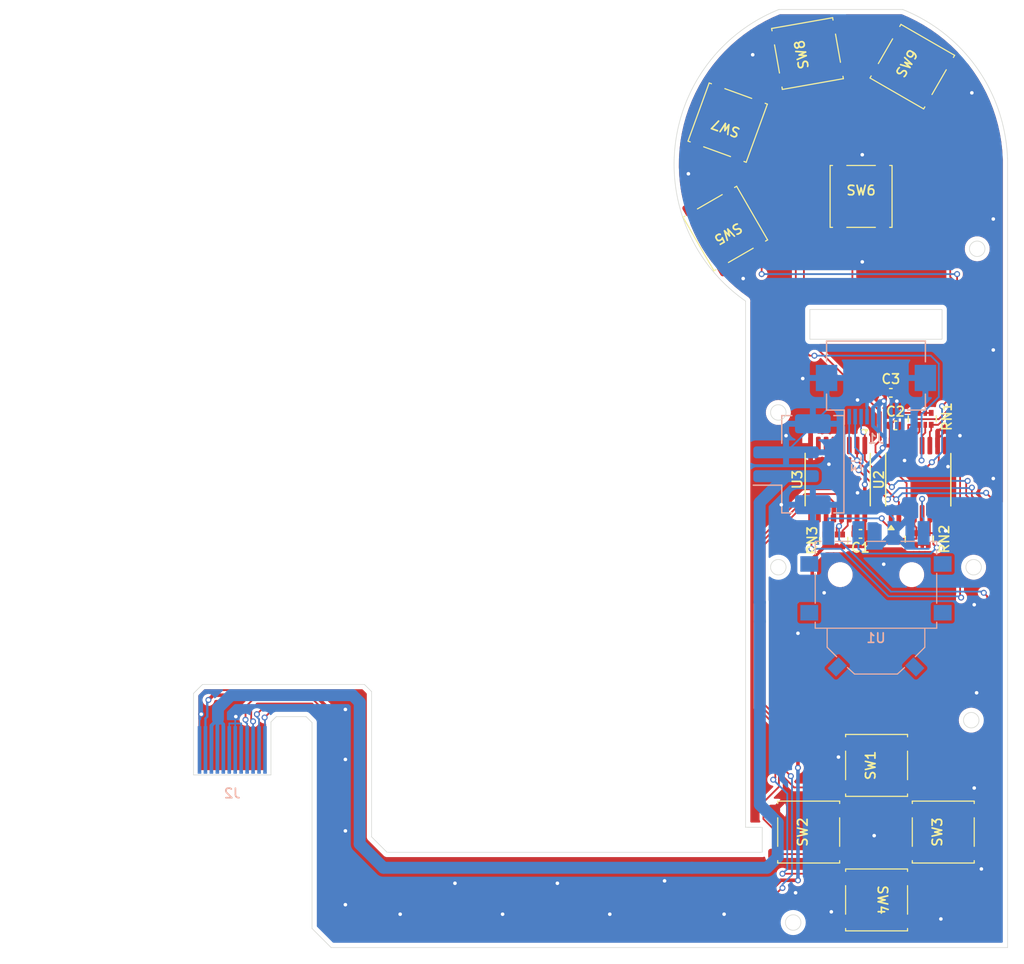
<source format=kicad_pcb>
(kicad_pcb (version 20240108) (generator "pcbnew") (generator_version "8.0")
  (layers (0 "F.Cu" signal) (31 "B.Cu" signal) (34 "B.Paste" user) (35 "F.Paste" user) (36 "B.SilkS" user "B.Silkscreen") (37 "F.SilkS" user "F.Silkscreen") (38 "B.Mask" user) (39 "F.Mask" user) (44 "Edge.Cuts" user))
  (net 0 "")
  (net 1 "+3V3")
  (net 2 "GND")
  (net 3 "SPI_CS")
  (net 4 "SPI_SCLK")
  (net 5 "SPI_MOSI")
  (net 6 "SPI_MISO")
  (net 7 "+BATT")
  (net 8 "/KEYMODE")
  (net 9 "/KEYAF")
  (net 10 "/KEYALT")
  (net 11 "/KEYISO")
  (net 12 "/ENCB")
  (net 13 "/ENCA")
  (net 14 "/KEYSHTR")
  (net 15 "/ENCS")
  (net 16 "/KEYUP")
  (net 17 "/KEYLEFT")
  (net 18 "/KEYRIGHT")
  (net 19 "/KEYDOWN")
  (net 21 "KEY_LOAD")
  (net 22 "Net-(U2-Q7)")
  (footprint "Capacitor_SMD:C_0402_1005Metric" (layer "F.Cu") (at 163.8 94)
    (property "Reference" "C3")
    (property "Value" "100nF")
  )
  (footprint "Capacitor_SMD:C_0402_1005Metric" (layer "F.Cu") (at 161.25 105.85 180)
    (property "Reference" "C1")
    (property "Value" "100nF")
  )
  (footprint "footprints:HX-TS5208A" (layer "F.Cu") (at 150.1 71.3 160)
    (property "Reference" "SW7")
    (property "Value" "~")
  )
  (footprint "Capacitor_SMD:C_0402_1005Metric" (layer "F.Cu") (at 164.1875 96.7375)
    (property "Reference" "C2")
    (property "Value" "100nF")
  )
  (footprint "footprints:HX-TS5208A" (layer "F.Cu") (at 156.8 65.5 100)
    (property "Reference" "SW8")
    (property "Value" "~")
  )
  (footprint "Resistor_SMD:R_Array_Convex_4x0402" (layer "F.Cu") (at 166.1875 106.2875 -90)
    (property "Reference" "RN2")
    (property "Value" "10K")
  )
  (footprint "Resistor_SMD:R_Array_Convex_4x0402" (layer "F.Cu") (at 159 106.4 -90)
    (property "Reference" "RN3")
    (property "Value" "10K")
  )
  (footprint "Resistor_SMD:R_Array_Convex_4x0402" (layer "F.Cu") (at 166.4375 96.1875 90)
    (property "Reference" "RN1")
    (property "Value" "10K")
  )
  (footprint "footprints:HX-TS5208A" (layer "F.Cu") (at 156.9 130.9 90)
    (property "Reference" "SW2")
    (property "Value" "~")
  )
  (footprint "footprints:HX-TS5208A" (layer "F.Cu") (at 161.3 77.5)
    (property "Reference" "SW6")
    (property "Value" "~")
  )
  (footprint "footprints:HX-TS5208A" (layer "F.Cu") (at 162.6 125.3 90)
    (property "Reference" "SW1")
    (property "Value" "~")
  )
  (footprint "Package_SO:TSSOP-16_4.4x5mm_P0.65mm" (layer "F.Cu") (at 166.1 101.3 90)
    (property "Reference" "U2")
    (property "Value" "74HC165")
  )
  (footprint "footprints:HX-TS5208A" (layer "F.Cu") (at 149.9 80.2 -150)
    (property "Reference" "SW5")
    (property "Value" "~")
  )
  (footprint "footprints:HX-TS5208A" (layer "F.Cu") (at 162.6 136.6 -90)
    (property "Reference" "SW4")
    (property "Value" "~")
  )
  (footprint "footprints:HX-TS5208A" (layer "F.Cu") (at 168.2 130.9 90)
    (property "Reference" "SW3")
    (property "Value" "~")
  )
  (footprint "Package_SO:TSSOP-16_4.4x5mm_P0.65mm" (layer "F.Cu") (at 159.3375 101.2875 -90)
    (property "Reference" "U3")
    (property "Value" "74HC165")
  )
  (footprint "footprints:HX-TS5208A" (layer "F.Cu") (at 165.6 66.6 60)
    (property "Reference" "SW9")
    (property "Value" "~")
  )
  (footprint "footprints:FPC_12" (layer "B.Cu") (at 108.5 124 180)
    (property "Reference" "J2")
    (property "Value" "Conn_01x12")
  )
  (footprint "Connector_JST:JST_PH_B2B-PH-SM4-TB_1x02-1MP_P2.00mm_Vertical" (layer "B.Cu") (at 155.5 100 90)
    (property "Reference" "J3")
    (property "Value" "Conn_01x02_MountingPin")
  )
  (footprint "Connector_FFC-FPC:Hirose_FH12-10S-0.5SH_1x10-1MP_P0.50mm_Horizontal" (layer "B.Cu") (at 162.55 94.15)
    (property "Reference" "J1")
    (property "Value" "Conn_01x10_MountingPin")
  )
  (footprint "footprints:SIQ-02FVS3" (layer "B.Cu") (at 162.55 113.775)
    (property "Reference" "U1")
    (property "Value" "~")
  )
  (gr_circle (center 170.75 108.65) (end 171.4 108.65) (stroke (width 0.05)) (fill none) (layer "Edge.Cuts"))
  (gr_line (start 115.2 139) (end 116.8 140.6) (stroke (width 0.05)) (layer "Edge.Cuts"))
  (gr_circle (center 170.55 121.5) (end 171.2 121.5) (stroke (width 0.05)) (fill none) (layer "Edge.Cuts"))
  (gr_rect (start 157 87) (end 168.1 89.5) (stroke (width 0.05)) (fill none) (layer "Edge.Cuts"))
  (gr_circle (center 155.6 138.5) (end 156.25 138.5) (stroke (width 0.05)) (fill none) (layer "Edge.Cuts"))
  (gr_line (start 105.25 126.1) (end 105.25 119.25) (stroke (width 0.05)) (layer "Edge.Cuts"))
  (gr_line (start 115.2 121.7) (end 115.2 139) (stroke (width 0.05)) (layer "Edge.Cuts"))
  (gr_line (start 106 118.5) (end 119.6 118.5) (stroke (width 0.05)) (layer "Edge.Cuts"))
  (gr_line (start 116.8 140.6) (end 173.6 140.6) (stroke (width 0.05)) (layer "Edge.Cuts"))
  (gr_arc (start 151.604283 86.293846) (mid 145.688895 73.212192) (end 154.4 61.8) (stroke (width 0.05)) (layer "Edge.Cuts"))
  (gr_line (start 121.5 132.6) (end 153 132.6) (stroke (width 0.05)) (layer "Edge.Cuts"))
  (gr_line (start 111.75 121.65) (end 112.2 121.2) (stroke (width 0.05)) (layer "Edge.Cuts"))
  (gr_line (start 114.7 121.2) (end 115.2 121.7) (stroke (width 0.05)) (layer "Edge.Cuts"))
  (gr_line (start 173.6 140.6) (end 173.6 74.3) (stroke (width 0.05)) (layer "Edge.Cuts"))
  (gr_line (start 154.4 61.8) (end 164.799999 61.800001) (stroke (width 0.05)) (layer "Edge.Cuts"))
  (gr_line (start 153 132.6) (end 153 130.5) (stroke (width 0.05)) (layer "Edge.Cuts"))
  (gr_circle (center 154.35 95.65) (end 155 95.65) (stroke (width 0.05)) (fill none) (layer "Edge.Cuts"))
  (gr_line (start 112.2 121.2) (end 114.7 121.2) (stroke (width 0.05)) (layer "Edge.Cuts"))
  (gr_arc (start 164.799999 61.800001) (mid 171.052171 66.744708) (end 173.592506 74.300267) (stroke (width 0.05)) (layer "Edge.Cuts"))
  (gr_line (start 153 130.5) (end 151.6 130.5) (stroke (width 0.05)) (layer "Edge.Cuts"))
  (gr_circle (center 171.05 81.9) (end 171.7 81.9) (stroke (width 0.05)) (fill none) (layer "Edge.Cuts"))
  (gr_circle (center 154.35 108.65) (end 155 108.65) (stroke (width 0.05)) (fill none) (layer "Edge.Cuts"))
  (gr_line (start 119.6 118.5) (end 120.2 119.1) (stroke (width 0.05)) (layer "Edge.Cuts"))
  (gr_line (start 111.75 121.65) (end 111.75 126.1) (stroke (width 0.05)) (layer "Edge.Cuts"))
  (gr_line (start 111.75 126.1) (end 105.25 126.1) (stroke (width 0.05)) (layer "Edge.Cuts"))
  (gr_line (start 151.6 130.5) (end 151.6 86.3) (stroke (width 0.05)) (layer "Edge.Cuts"))
  (gr_line (start 120.2 131.3) (end 121.5 132.6) (stroke (width 0.05)) (layer "Edge.Cuts"))
  (gr_line (start 105.25 119.25) (end 106 118.5) (stroke (width 0.05)) (layer "Edge.Cuts"))
  (gr_line (start 120.2 119.1) (end 120.2 131.3) (stroke (width 0.05)) (layer "Edge.Cuts"))
  (segment (start 115.454594 119.4) (end 117.275 121.220406) (width 0.3) (layer "F.Cu") (net 1))
  (segment (start 159.75 106.9) (end 161.4871 106.9) (width 0.3) (layer "F.Cu") (net 1))
  (segment (start 161.4871 106.9) (end 161.73 106.6571) (width 0.3) (layer "F.Cu") (net 1))
  (segment (start 155.993562 134.95) (end 156 134.956438) (width 0.3) (layer "F.Cu") (net 1))
  (segment (start 157.2 107.95) (end 158.25 106.9) (width 0.3) (layer "F.Cu") (net 1))
  (segment (start 163.32 94.58) (end 163.2 94.7) (width 0.3) (layer "F.Cu") (net 1))
  (segment (start 161.6 105.72) (end 161.6 104.1625) (width 0.3) (layer "F.Cu") (net 1))
  (segment (start 156 125.5) (end 156 122.045406) (width 0.3) (layer "F.Cu") (net 1))
  (segment (start 166.4375 106.7875) (end 165.4375 106.7875) (width 0.15) (layer "F.Cu") (net 1))
  (segment (start 161.6125 104.15) (end 161.6125 101.7) (width 0.3) (layer "F.Cu") (net 1))
  (segment (start 161.73 105.85) (end 161.6 105.72) (width 0.3) (layer "F.Cu") (net 1))
  (segment (start 117.275 121.220406) (end 117.275 138.1475) (width 0.3) (layer "F.Cu") (net 1))
  (segment (start 161.73 106.6571) (end 161.73 105.85) (width 0.3) (layer "F.Cu") (net 1))
  (segment (start 163.825 96.855) (end 163.7075 96.7375) (width 0.3) (layer "F.Cu") (net 1))
  (segment (start 117.7525 138.625) (end 150.875 138.625) (width 0.3) (layer "F.Cu") (net 1))
  (segment (start 161.6 104.1625) (end 161.6125 104.15) (width 0.3) (layer "F.Cu") (net 1))
  (segment (start 166.9375 106.7875) (end 166.5108 106.7875) (width 0.15) (layer "F.Cu") (net 1))
  (segment (start 167.1875 95.6875) (end 166.7608 95.6875) (width 0.15) (layer "F.Cu") (net 1))
  (segment (start 161.73 106.6571) (end 164.8804 106.6571) (width 0.15) (layer "F.Cu") (net 1))
  (segment (start 106.9 119.4) (end 115.454594 119.4) (width 0.3) (layer "F.Cu") (net 1))
  (segment (start 117.275 138.1475) (end 117.7525 138.625) (width 0.3) (layer "F.Cu") (net 1))
  (segment (start 154.55 134.95) (end 155.993562 134.95) (width 0.3) (layer "F.Cu") (net 1))
  (segment (start 154.875 112.225) (end 157.2 109.9) (width 0.3) (layer "F.Cu") (net 1))
  (segment (start 163.825 98.4375) (end 163.7075 98.4375) (width 0.15) (layer "F.Cu") (net 1))
  (segment (start 166.6875 95.5683) (end 166.7608 95.6416) (width 0.15) (layer "F.Cu") (net 1))
  (segment (start 164.8804 106.6571) (end 165.0108 106.7875) (width 0.15) (layer "F.Cu") (net 1))
  (segment (start 165.6875 95.6875) (end 164.7575 95.6875) (width 0.15) (layer "F.Cu") (net 1))
  (segment (start 165.4375 106.7875) (end 165.0108 106.7875) (width 0.15) (layer "F.Cu") (net 1))
  (segment (start 166.5108 106.8333) (end 166.5108 106.7875) (width 0.15) (layer "F.Cu") (net 1))
  (segment (start 163.7075 98.4375) (end 163.7075 96.7375) (width 0.15) (layer "F.Cu") (net 1))
  (segment (start 154.875 120.920406) (end 154.875 112.225) (width 0.3) (layer "F.Cu") (net 1))
  (segment (start 163.32 94) (end 163.32 94.58) (width 0.3) (layer "F.Cu") (net 1))
  (segment (start 164.7575 95.6875) (end 163.7075 96.7375) (width 0.15) (layer "F.Cu") (net 1))
  (segment (start 157.2 109.9) (end 157.2 107.95) (width 0.3) (layer "F.Cu") (net 1))
  (segment (start 163.825 98.4375) (end 163.825 96.855) (width 0.3) (layer "F.Cu") (net 1))
  (segment (start 166.4375 106.7875) (end 166.4375 106.9066) (width 0.15) (layer "F.Cu") (net 1))
  (segment (start 163.7075 98.4375) (end 163.3042 98.4375) (width 0.15) (layer "F.Cu") (net 1))
  (segment (start 163.825 98.4375) (end 163.3042 98.4375) (width 0.3) (layer "F.Cu") (net 1))
  (segment (start 166.4375 106.9066) (end 166.5108 106.8333) (width 0.15) (layer "F.Cu") (net 1))
  (segment (start 166.6875 95.6875) (end 165.6875 95.6875) (width 0.15) (layer "F.Cu") (net 1))
  (segment (start 163.3042 98.4375) (end 163.1102 98.6315) (width 0.3) (layer "F.Cu") (net 1))
  (segment (start 150.875 138.625) (end 154.55 134.95) (width 0.3) (layer "F.Cu") (net 1))
  (segment (start 106.5 119.8) (end 106.9 119.4) (width 0.3) (layer "F.Cu") (net 1))
  (segment (start 166.7608 95.6416) (end 166.7608 95.6875) (width 0.15) (layer "F.Cu") (net 1))
  (segment (start 158.25 106.9) (end 159.75 106.9) (width 0.3) (layer "F.Cu") (net 1))
  (segment (start 156 122.045406) (end 154.875 120.920406) (width 0.3) (layer "F.Cu") (net 1))
  (segment (start 166.6875 95.6875) (end 166.6875 95.5683) (width 0.15) (layer "F.Cu") (net 1))
  (via (at 106.5 119.8) (size 0.5) (drill 0.3) (layers "F.Cu" "B.Cu") (net 1))
  (via (at 163.2 94.7) (size 0.5) (drill 0.3) (layers "F.Cu" "B.Cu") (net 1))
  (via (at 156 125.5) (size 0.5) (drill 0.3) (layers "F.Cu" "B.Cu") (net 1))
  (via (at 156 134.956438) (size 0.5) (drill 0.3) (layers "F.Cu" "B.Cu") (net 1))
  (via (at 163.1102 98.6315) (size 0.5) (drill 0.3) (layers "F.Cu" "B.Cu") (net 1))
  (via (at 161.6125 101.7) (size 0.5) (drill 0.3) (layers "F.Cu" "B.Cu") (net 1))
  (segment (start 162.3 96) (end 162.3 95.25) (width 0.3) (layer "B.Cu") (net 1))
  (segment (start 156 134.956438) (end 156 125.5) (width 0.3) (layer "B.Cu") (net 1))
  (segment (start 162.3 95.25) (end 162.85 94.7) (width 0.3) (layer "B.Cu") (net 1))
  (segment (start 106.5 119.8) (end 106.4 119.9) (width 0.2) (layer "B.Cu") (net 1))
  (segment (start 162.8 96) (end 162.8 95.1) (width 0.3) (layer "B.Cu") (net 1))
  (segment (start 162.85 94.7) (end 163.2 94.7) (width 0.3) (layer "B.Cu") (net 1))
  (segment (start 106.4 121.207107) (end 106.25 121.357107) (width 0.2) (layer "B.Cu") (net 1))
  (segment (start 162.8 95.1) (end 163.2 94.7) (width 0.3) (layer "B.Cu") (net 1))
  (segment (start 106.25 121.357107) (end 106.25 124) (width 0.2) (layer "B.Cu") (net 1))
  (segment (start 162.3 96) (end 162.3 96.78) (width 0.3) (layer "B.Cu") (net 1))
  (segment (start 163.3 97.78) (end 163.3 96) (width 0.3) (layer "B.Cu") (net 1))
  (segment (start 163.3 94.8) (end 163.2 94.7) (width 0.3) (layer "B.Cu") (net 1))
  (segment (start 162.3 96.78) (end 162.8 97.28) (width 0.15) (layer "B.Cu") (net 1))
  (segment (start 161.65 100.2375) (end 163.1102 98.7773) (width 0.3) (layer "B.Cu") (net 1))
  (segment (start 163.1102 98.7773) (end 163.1102 98.6315) (width 0.3) (layer "B.Cu") (net 1))
  (segment (start 162.8 96) (end 162.8 97.28) (width 0.3) (layer "B.Cu") (net 1))
  (segment (start 106.4 119.9) (end 106.4 121.207107) (width 0.2) (layer "B.Cu") (net 1))
  (segment (start 163.1102 98.6315) (end 163.3 98.4417) (width 0.3) (layer "B.Cu") (net 1))
  (segment (start 163.3 96) (end 163.3 94.8) (width 0.3) (layer "B.Cu") (net 1))
  (segment (start 162.8 97.28) (end 163.01 97.49) (width 0.3) (layer "B.Cu") (net 1))
  (segment (start 161.65 101.6625) (end 161.65 100.2375) (width 0.3) (layer "B.Cu") (net 1))
  (segment (start 162.8379 96.4004) (end 162.8 96.4383) (width 0.15) (layer "B.Cu") (net 1))
  (segment (start 161.6125 101.7) (end 161.65 101.6625) (width 0.3) (layer "B.Cu") (net 1))
  (segment (start 162.8 96) (end 162.8 96.4383) (width 0.15) (layer "B.Cu") (net 1))
  (segment (start 163.01 97.49) (end 163.3 97.78) (width 0.3) (layer "B.Cu") (net 1))
  (segment (start 163.3 98.4417) (end 163.3 97.78) (width 0.3) (layer "B.Cu") (net 1))
  (segment (start 162.3 96.78) (end 163.01 97.49) (width 0.3) (layer "B.Cu") (net 1))
  (segment (start 164.523 129.4385) (end 164.523 133.1391) (width 0.15) (layer "F.Cu") (net 2))
  (segment (start 160.9625 104.15) (end 160.9625 102.9725) (width 0.15) (layer "F.Cu") (net 2))
  (segment (start 165.3 129.05) (end 164.9115 129.4385) (width 0.15) (layer "F.Cu") (net 2))
  (segment (start 169.0365 66.4479) (end 169.92 67.3314) (width 0.15) (layer "F.Cu") (net 2))
  (segment (start 164.9487 99.6856) (end 166.5822 101.3191) (width 0.15) (layer "F.Cu") (net 2))
  (segment (start 169.2667 116.4697) (end 169.4782 116.6812) (width 0.15) (layer "F.Cu") (net 2))
  (segment (start 170.104023 120.075977) (end 166.3056 123.8744) (width 0.15) (layer "F.Cu") (net 2))
  (segment (start 165.777 133.8381) (end 166.2311 134.2922) (width 0.15) (layer "F.Cu") (net 2))
  (segment (start 169.6712 116.6812) (end 170.104023 117.114023) (width 0.15) (layer "F.Cu") (net 2))
  (segment (start 168.375 103.1119) (end 168.375 104.1625) (width 0.15) (layer "F.Cu") (net 2))
  (segment (start 164.6675 96.7375) (end 164.475 96.93) (width 0.15) (layer "F.Cu") (net 2))
  (segment (start 169.1987 114.1625) (end 169.1987 114.6523) (width 0.15) (layer "F.Cu") (net 2))
  (segment (start 106.225 118.975) (end 117.475 118.975) (width 0.15) (layer "F.Cu") (net 2))
  (segment (start 105.9 119.3) (end 106.225 118.975) (width 0.15) (layer "F.Cu") (net 2))
  (segment (start 167.7337 98.4375) (end 167.8263 98.5301) (width 0.15) (layer "F.Cu") (net 2))
  (segment (start 149.3534 67.9422) (end 152.2 65.6) (width 0.15) (layer "F.Cu") (net 2))
  (segment (start 169.2123 115.6457) (end 169.2123 115.7147) (width 0.15) (layer "F.Cu") (net 2))
  (segment (start 159.7081 63.5479) (end 159.3347 63.1745) (width 0.15) (layer "F.Cu") (net 2))
  (segment (start 164.9115 129.4385) (end 164.523 129.4385) (width 0.15) (layer "F.Cu") (net 2))
  (segment (start 153.6228 64.1817) (end 159.3347 63.1745) (width 0.15) (layer "F.Cu") (net 2))
  (segment (start 168.9117 106.213) (end 169.1953 106.4966) (width 0.15) (layer "F.Cu") (net 2))
  (segment (start 147.3697 73.3924) (end 149.3534 67.9422) (width 0.15) (layer "F.Cu") (net 2))
  (segment (start 169.92 67.3314) (end 169.92 95.6924) (width 0.15) (layer "F.Cu") (net 2))
  (segment (start 166.3056 123.8744) (end 165.9245 123.8744) (width 0.15) (layer "F.Cu") (net 2))
  (segment (start 157.0625 99.0725) (end 157.0625 98.425) (width 0.15) (layer "F.Cu") (net 2))
  (segment (start 169.2304 115.7328) (end 169.2304 116.0372) (width 0.15) (layer "F.Cu") (net 2))
  (segment (start 152.2 65.6) (end 153.6228 64.1817) (width 0.15) (layer "F.Cu") (net 2))
  (segment (start 169.1953 106.4966) (end 169.1953 110.768) (width 0.15) (layer "F.Cu") (net 2))
  (segment (start 105.9 121) (end 105.9 119.3) (width 0.15) (layer "F.Cu") (net 2))
  (segment (start 154.7518 128.2982) (end 154 129.05) (width 0.15) (layer "F.Cu") (net 2))
  (segment (start 168.9106 105.4121) (end 168.9117 105.4132) (width 0.15) (layer "F.Cu") (net 2))
  (segment (start 152.15635 86.47365) (end 157.0625 91.3798) (width 0.15) (layer "F.Cu") (net 2))
  (segment (start 161.3119 63.5479) (end 164.0135 63.5479) (width 0.15) (layer "F.Cu") (net 2))
  (segment (start 149.747853 83.636473) (end 152.15635 86.04497) (width 0.15) (layer "F.Cu") (net 2))
  (segment (start 164.475 96.93) (end 164.475 98.4375) (width 0.15) (layer "F.Cu") (net 2))
  (segment (start 117.475 118.975) (end 118.1 119.6) (width 0.15) (layer "F.Cu") (net 2))
  (segment (start 160.9625 102.9725) (end 157.0625 99.0725) (width 0.15) (layer "F.Cu") (net 2))
  (segment (start 163.15 80.4) (end 163.15 74.6) (width 0.15) (layer "F.Cu") (net 2))
  (segment (start 161.3119 63.5479) (end 159.7081 63.5479) (width 0.15) (layer "F.Cu") (net 2))
  (segment (start 168.375 104.1625) (end 168.9106 104.6981) (width 0.15) (layer "F.Cu") (net 2))
  (segment (start 164.523 129.4385) (end 160.1885 129.4385) (width 0.15) (layer "F.Cu") (net 2))
  (segment (start 165.222 133.8381) (end 165.777 133.8381) (width 0.15) (layer "F.Cu") (net 2))
  (segment (start 169.4782 116.6812) (end 169.6712 116.6812) (width 0.15) (layer "F.Cu") (net 2))
  (segment (start 168.9106 104.6981) (end 168.9106 105.4121) (width 0.15) (layer "F.Cu") (net 2))
  (segment (start 161.3119 72.7619) (end 163.15 74.6) (width 0.15) (layer "F.Cu") (net 2))
  (segment (start 166.2311 137.7189) (end 165.5 138.45) (width 0.15) (layer "F.Cu") (net 2))
  (segment (start 164.0135 63.5479) (end 169.0365 66.4479) (width 0.15) (layer "F.Cu") (net 2))
  (segment (start 160.1885 129.4385) (end 159.8 129.05) (width 0.15) (layer "F.Cu") (net 2))
  (segment (start 169.2032 114.6568) (end 169.2032 115.6366) (width 0.15) (layer "F.Cu") (net 2))
  (segment (start 169.1987 114.6523) (end 169.2032 114.6568) (width 0.15) (layer "F.Cu") (net 2))
  (segment (start 146.8479 78.6135) (end 149.7479 83.6365) (width 0.15) (layer "F.Cu") (net 2))
  (segment (start 169.1964 114.1602) (end 169.1987 114.1625) (width 0.15) (layer "F.Cu") (net 2))
  (segment (start 166.5822 101.3191) (end 168.375 103.1119) (width 0.15) (layer "F.Cu") (net 2))
  (segment (start 169.1964 110.7691) (end 169.1964 114.1602) (width 0.15) (layer "F.Cu") (net 2))
  (segment (start 167.8263 98.5301) (end 167.8263 100.075) (width 0.15) (layer "F.Cu") (net 2))
  (segment (start 169.2032 115.6366) (end 169.2123 115.6457) (width 0.15) (layer "F.Cu") (net 2))
  (segment (start 165.5 138.45) (end 159.7 138.45) (width 0.15) (layer "F.Cu") (net 2))
  (segment (start 167.7337 97.8787) (end 167.7337 98.4375) (width 0.15) (layer "F.Cu") (net 2))
  (segment (start 165.5 123.45) (end 159.7 123.45) (width 0.15) (layer "F.Cu") (net 2))
  (segment (start 152.15635 86.04497) (end 152.15635 86.47365) (width 0.15) (layer "F.Cu") (net 2))
  (segment (start 167.7337 98.4375) (end 167.725 98.4375) (width 0.15) (layer "F.Cu") (net 2))
  (segment (start 170.104023 117.114023) (end 170.104023 120.075977) (width 0.15) (layer "F.Cu") (net 2))
  (segment (start 169.2667 116.0735) (end 169.2667 116.4697) (width 0.15) (layer "F.Cu") (net 2))
  (segment (start 158.9724 128.2982) (end 154.7518 128.2982) (width 0.15) (layer "F.Cu") (net 2))
  (segment (start 160.77 105.85) (end 160.9625 105.6575) (width 0.15) (layer "F.Cu") (net 2))
  (segment (start 160.9625 105.6575) (end 160.9625 104.15) (width 0.15) (layer "F.Cu") (net 2))
  (segment (start 166.2311 134.2922) (end 166.2311 137.7189) (width 0.15) (layer "F.Cu") (net 2))
  (segment (start 161.3119 63.5479) (end 161.3119 72.7619) (width 0.15) (layer "F.Cu") (net 2))
  (segment (start 164.28 94) (end 164.28 94.68) (width 0.15) (layer "F.Cu") (net 2))
  (segment (start 164.475 99.2119) (end 164.9487 99.6856) (width 0.15) (layer "F.Cu") (net 2))
  (segment (start 169.1953 110.768) (end 169.1964 110.7691) (width 0.15) (layer "F.Cu") (net 2))
  (segment (start 164.28 94.68) (end 164.3 94.7) (width 0.15) (layer "F.Cu") (net 2))
  (segment (start 168.9117 105.4132) (end 168.9117 106.213) (width 0.15) (layer "F.Cu") (net 2))
  (segment (start 146.8479 78.6135) (end 147.3697 73.3924) (width 0.15) (layer "F.Cu") (net 2))
  (segment (start 169.92 95.6924) (end 167.7337 97.8787) (width 0.15) (layer "F.Cu") (net 2))
  (segment (start 164.523 133.1391) (end 165.222 133.8381) (width 0.15) (layer "F.Cu") (net 2))
  (segment (start 167.8263 100.075) (end 166.5822 101.3191) (width 0.15) (layer "F.Cu") (net 2))
  (segment (start 164.475 98.4375) (end 164.475 99.2119) (width 0.15) (layer "F.Cu") (net 2))
  (segment (start 171.1 129.05) (end 166.2546 129.05) (width 0.15) (layer "F.Cu") (net 2))
  (segment (start 165.9245 123.8744) (end 165.5 123.45) (width 0.15) (layer "F.Cu") (net 2))
  (segment (start 169.2304 116.0372) (end 169.2667 116.0735) (width 0.15) (layer "F.Cu") (net 2))
  (segment (start 166.2546 129.05) (end 165.3 129.05) (width 0.15) (layer "F.Cu") (net 2))
  (segment (start 159.8 129.05) (end 159.0482 128.2982) (width 0.15) (layer "F.Cu") (net 2))
  (segment (start 157.0625 91.3798) (end 157.0625 98.425) (width 0.15) (layer "F.Cu") (net 2))
  (segment (start 169.2123 115.7147) (end 169.2304 115.7328) (width 0.15) (layer "F.Cu") (net 2))
  (segment (start 166.2546 124.2046) (end 165.9245 123.8744) (width 0.15) (layer "F.Cu") (net 2))
  (segment (start 166.2546 129.05) (end 166.2546 124.2046) (width 0.15) (layer "F.Cu") (net 2))
  (segment (start 159.0482 128.2982) (end 158.9724 128.2982) (width 0.15) (layer "F.Cu") (net 2))
  (via (at 161.4 74) (size 0.5) (drill 0.3) (layers "F.Cu" "B.Cu") (net 2))
  (via (at 118 130.8) (size 0.5) (drill 0.3) (layers "F.Cu" "B.Cu") (net 2))
  (via (at 170.8 111.8) (size 0.5) (drill 0.3) (layers "F.Cu" "B.Cu") (net 2))
  (via (at 159.4 124.6) (size 0.5) (drill 0.3) (layers "F.Cu" "B.Cu") (net 2))
  (via (at 168 138.2) (size 0.5) (drill 0.3) (layers "F.Cu" "B.Cu") (net 2))
  (via (at 118 124.8) (size 0.5) (drill 0.3) (layers "F.Cu" "B.Cu") (net 2))
  (via (at 164.3 94.7) (size 0.5) (drill 0.3) (layers "F.Cu" "B.Cu") (net 2))
  (via (at 149.8 137.8) (size 0.5) (drill 0.3) (layers "F.Cu" "B.Cu") (net 2))
  (via (at 131.2 137.8) (size 0.5) (drill 0.3) (layers "F.Cu" "B.Cu") (net 2))
  (via (at 118 137) (size 0.5) (drill 0.3) (layers "F.Cu" "B.Cu") (net 2))
  (via (at 152.2 65.6) (size 0.5) (drill 0.3) (layers "F.Cu" "B.Cu") (net 2))
  (via (at 161 102.4) (size 0.5) (drill 0.3) (layers "F.Cu" "B.Cu") (net 2))
  (via (at 127.2 135.2) (size 0.5) (drill 0.3) (layers "F.Cu" "B.Cu") (net 2))
  (via (at 158.2 110.8) (size 0.5) (drill 0.3) (layers "F.Cu" "B.Cu") (net 2))
  (via (at 155 97.6) (size 0.5) (drill 0.3) (layers "F.Cu" "B.Cu") (net 2))
  (via (at 172.4 101.2) (size 0.5) (drill 0.3) (layers "F.Cu" "B.Cu") (net 2))
  (via (at 122.6 137.8) (size 0.5) (drill 0.3) (layers "F.Cu" "B.Cu") (net 2))
  (via (at 168.6 100.2) (size 0.5) (drill 0.3) (layers "F.Cu" "B.Cu") (net 2))
  (via (at 118 120.6) (size 0.5) (drill 0.3) (layers "F.Cu" "B.Cu") (net 2))
  (via (at 170.8 127.2) (size 0.5) (drill 0.3) (layers "F.Cu" "B.Cu") (net 2))
  (via (at 171.4 134) (size 0.5) (drill 0.3) (layers "F.Cu" "B.Cu") (net 2))
  (via (at 171 119.2) (size 0.5) (drill 0.3) (layers "F.Cu" "B.Cu") (net 2))
  (via (at 158.6 100) (size 0.5) (drill 0.3) (layers "F.Cu" "B.Cu") (net 2))
  (via (at 155.8 136) (size 0.5) (drill 0.3) (layers "F.Cu" "B.Cu") (net 2))
  (via (at 140.2 137.8) (size 0.5) (drill 0.3) (layers "F.Cu" "B.Cu") (net 2))
  (via (at 144.8 135) (size 0.5) (drill 0.3) (layers "F.Cu" "B.Cu") (net 2))
  (via (at 158.8 137.6) (size 0.5) (drill 0.3) (layers "F.Cu" "B.Cu") (net 2))
  (via (at 163.2 108.4) (size 0.5) (drill 0.3) (layers "F.Cu" "B.Cu") (net 2))
  (via (at 135.8 135.2) (size 0.5) (drill 0.3) (layers "F.Cu" "B.Cu") (net 2))
  (via (at 172.4 79.4) (size 0.5) (drill 0.3) (layers "F.Cu" "B.Cu") (net 2))
  (via (at 108.8 121.2) (size 0.5) (drill 0.3) (layers "F.Cu" "B.Cu") (net 2))
  (via (at 161 94.6) (size 0.5) (drill 0.3) (layers "F.Cu" "B.Cu") (net 2))
  (via (at 168.4 105.6) (size 0.5) (drill 0.3) (layers "F.Cu" "B.Cu") (net 2))
  (via (at 151.4 84.4) (size 0.5) (drill 0.3) (layers "F.Cu" "B.Cu") (net 2))
  (via (at 164.9487 99.6856) (size 0.5) (drill 0.3) (layers "F.Cu" "B.Cu") (net 2))
  (via (at 154.6 103.4) (size 0.5) (drill 0.3) (layers "F.Cu" "B.Cu") (net 2))
  (via (at 146.8 75.6) (size 0.5) (drill 0.3) (layers "F.Cu" "B.Cu") (net 2))
  (via (at 105.9 121) (size 0.5) (drill 0.3) (layers "F.Cu" "B.Cu") (net 2))
  (via (at 156.4 92.8) (size 0.5) (drill 0.3) (layers "F.Cu" "B.Cu") (net 2))
  (via (at 161.4 83) (size 0.5) (drill 0.3) (layers "F.Cu" "B.Cu") (net 2))
  (via (at 170.6 68.8) (size 0.5) (drill 0.3) (layers "F.Cu" "B.Cu") (net 2))
  (via (at 169.6 97.6) (size 0.5) (drill 0.3) (layers "F.Cu" "B.Cu") (net 2))
  (via (at 156 114.2) (size 0.5) (drill 0.3) (layers "F.Cu" "B.Cu") (net 2))
  (via (at 172.4 90.4) (size 0.5) (drill 0.3) (layers "F.Cu" "B.Cu") (net 2))
  (via (at 162.4 131.2) (size 0.5) (drill 0.3) (layers "F.Cu" "B.Cu") (net 2))
  (segment (start 164.28 97.105) (end 164.28 97.4) (width 0.15) (layer "B.Cu") (net 2))
  (segment (start 164.8 96) (end 164.8 97) (width 0.15) (layer "B.Cu") (net 2))
  (segment (start 108.25 121.773) (end 108.252 121.775) (width 0.15) (layer "B.Cu") (net 2))
  (segment (start 164.8 96) (end 164.8 96.585) (width 0.15) (layer "B.Cu") (net 2))
  (segment (start 166 94.6) (end 165.93835 94.66165) (width 0.15) (layer "B.Cu") (net 2))
  (segment (start 166.2 94.6) (end 166 94.6) (width 0.15) (layer "B.Cu") (net 2))
  (segment (start 158.6509 95.1991) (end 158.6509 95.1233) (width 0.15) (layer "B.Cu") (net 2))
  (segment (start 157.25 96.6) (end 158.6509 95.1991) (width 0.15) (layer "B.Cu") (net 2))
  (segment (start 155 99) (end 157.25 96.75) (width 0.15) (layer "B.Cu") (net 2))
  (segment (start 105.75 121.15) (end 105.75 124) (width 0.15) (layer "B.Cu") (net 2))
  (segment (start 164.8 95.5616) (end 164.8 95.1233) (width 0.15) (layer "B.Cu") (net 2))
  (segment (start 166.7 94.1) (end 166.2 94.6) (width 0.15) (layer "B.Cu") (net 2))
  (segment (start 105.9 121) (end 105.75 121.15) (width 0.15) (layer "B.Cu") (net 2))
  (segment (start 164.6 97.2) (end 164.4 97.2) (width 0.15) (layer "B.Cu") (net 2))
  (segment (start 108.252 121.775) (end 108.75 121.775) (width 0.15) (layer "B.Cu") (net 2))
  (segment (start 108.75 124) (end 108.75 121.775) (width 0.15) (layer "B.Cu") (net 2))
  (segment (start 164.28 96.6266) (end 164.28 97.8) (width 0.15) (layer "B.Cu") (net 2))
  (segment (start 164.16 97.2) (end 164.28 97.32) (width 0.15) (layer "B.Cu") (net 2))
  (segment (start 108.75 121.775) (end 108.75 121.25) (width 0.15) (layer "B.Cu") (net 2))
  (segment (start 164.707 100.093) (end 162.8767 101.9233) (width 0.15) (layer "B.Cu") (net 2))
  (segment (start 164.28 95.8387) (end 164.28 96.6266) (width 0.15) (layer "B.Cu") (net 2))
  (segment (start 164.5571 95.5616) (end 164.3 95.8187) (width 0.15) (layer "B.Cu") (net 2))
  (segment (start 108.75 121.25) (end 108.8 121.2) (width 0.15) (layer "B.Cu") (net 2))
  (segment (start 164.28 96.6266) (end 164.28 96.6484) (width 0.15) (layer "B.Cu") (net 2))
  (segment (start 164.3 95.8187) (end 164.28 95.8387) (width 0.15) (layer "B.Cu") (net 2))
  (segment (start 158.6509 94.3276) (end 158.4 94.0767) (width 0.15) (layer "B.Cu") (net 2))
  (segment (start 109.25 121.775) (end 108.75 121.775) (width 0.15) (layer "B.Cu") (net 2))
  (segment (start 108.25 124) (end 108.25 121.773) (width 0.15) (layer "B.Cu") (net 2))
  (segment (start 164.8 96) (end 164.8 95.5616) (width 0.15) (layer "B.Cu") (net 2))
  (segment (start 164.28 99.2586) (end 164.707 99.6856) (width 0.15) (layer "B.Cu") (net 2))
  (segment (start 109.25 124) (end 109.25 121.85) (width 0.15) (layer "B.Cu") (net 2))
  (segment (start 166.7 92.75) (end 166.7 94.1) (width 0.15) (layer "B.Cu") (net 2))
  (segment (start 164.8 95.5616) (end 164.5571 95.5616) (width 0.15) (layer "B.Cu") (net 2))
  (segment (start 158.6509 95.1233) (end 158.6509 94.3276) (width 0.15) (layer "B.Cu") (net 2))
  (segment (start 162.8767 101.9233) (end 162.8767 103.4) (width 0.15) (layer "B.Cu") (net 2))
  (segment (start 162.8767 103.4) (end 157.25 103.4) (width 0.15) (layer "B.Cu") (net 2))
  (segment (start 165.26165 94.66165) (end 164.8 95.1233) (width 0.15) (layer "B.Cu") (net 2))
  (segment (start 164.28 97.8) (end 164.28 99.2586) (width 0.15) (layer "B.Cu") (net 2))
  (segment (start 164.28 97.4) (end 164.28 97.8) (width 0.15) (layer "B.Cu") (net 2))
  (segment (start 163.8 96) (end 163.8 97) (width 0.15) (layer "B.Cu") (net 2))
  (segment (start 164.025 104.5483) (end 162.8767 103.4) (width 0.15) (layer "B.Cu") (net 2))
  (segment (start 158.4 92.75) (end 158.4 94.0767) (width 0.15) (layer "B.Cu") (net 2))
  (segment (start 109.25 121.85) (end 109.25 121.775) (width 0.15) (layer "B.Cu") (net 2))
  (segment (start 164.8 97) (end 164.6 97.2) (width 0.15) (layer "B.Cu") (net 2))
  (segment (start 164.4 97.2) (end 164.28 97.32) (width 0.15) (layer "B.Cu") (net 2))
  (segment (start 109.25 121.85) (end 109.25 121.775) (width 0.15) (layer "B.Cu") (net 2))
  (segment (start 157.25 96.75) (end 157.25 96.6) (width 0.15) (layer "B.Cu") (net 2))
  (segment (start 164.707 99.6856) (end 164.707 100.093) (width 0.15) (layer "B.Cu") (net 2))
  (segment (start 164.025 105.775) (end 164.025 104.5483) (width 0.15) (layer "B.Cu") (net 2))
  (segment (start 163.8 96) (end 163.8 96.625) (width 0.15) (layer "B.Cu") (net 2))
  (segment (start 163.8 97) (end 164 97.2) (width 0.15) (layer "B.Cu") (net 2))
  (segment (start 164.3 96) (end 164.3 95.8187) (width 0.15) (layer "B.Cu") (net 2))
  (segment (start 164 97.2) (end 164.16 97.2) (width 0.15) (layer "B.Cu") (net 2))
  (segment (start 165.93835 94.66165) (end 165.26165 94.66165) (width 0.15) (layer "B.Cu") (net 2))
  (segment (start 164.28 97.32) (end 164.28 97.4) (width 0.15) (layer "B.Cu") (net 2))
  (segment (start 164.707 99.6856) (end 164.9487 99.6856) (width 0.15) (layer "B.Cu") (net 2))
  (segment (start 170.125 102.61767) (end 170.125 101.522) (width 0.15) (layer "F.Cu") (net 3))
  (segment (start 161.6125 99.642948) (end 161.6125 98.425) (width 0.15) (layer "F.Cu") (net 3))
  (segment (start 161.6125 97.4125) (end 161.6125 98.425) (width 0.15) (layer "F.Cu") (net 3))
  (segment (start 116.6 121.5) (end 116.6 138.427094) (width 0.15) (layer "F.Cu") (net 3))
  (segment (start 163.884776 101.915224) (end 161.6125 99.642948) (width 0.15) (layer "F.Cu") (net 3))
  (segment (start 172.4 136.851472) (end 172.4 104.89267) (width 0.15) (layer "F.Cu") (net 3))
  (segment (start 161.5 97.3) (end 161.6125 97.4125) (width 0.15) (layer "F.Cu") (net 3))
  (segment (start 156.924264 136.9) (end 159.324264 139.3) (width 0.15) (layer "F.Cu") (net 3))
  (segment (start 110.092995 121.442995) (end 110.092995 120.607005) (width 0.15) (layer "F.Cu") (net 3))
  (segment (start 115.2 120.1) (end 116.6 121.5) (width 0.15) (layer "F.Cu") (net 3))
  (segment (start 153.775736 136.9) (end 156.924264 136.9) (width 0.15) (layer "F.Cu") (net 3))
  (segment (start 169.951472 139.3) (end 172.4 136.851472) (width 0.15) (layer "F.Cu") (net 3))
  (segment (start 116.6 138.427094) (end 117.472906 139.3) (width 0.15) (layer "F.Cu") (net 3))
  (segment (start 151.375736 139.3) (end 153.775736 136.9) (width 0.15) (layer "F.Cu") (net 3))
  (segment (start 110.25 121.6) (end 110.092995 121.442995) (width 0.15) (layer "F.Cu") (net 3))
  (segment (start 159.324264 139.3) (end 169.951472 139.3) (width 0.15) (layer "F.Cu") (net 3))
  (segment (start 110.092995 120.607005) (end 110.6 120.1) (width 0.15) (layer "F.Cu") (net 3))
  (segment (start 170.125 101.522) (end 170.247 101.4) (width 0.15) (layer "F.Cu") (net 3))
  (segment (start 172.4 104.89267) (end 170.125 102.61767) (width 0.15) (layer "F.Cu") (net 3))
  (segment (start 110.6 120.1) (end 115.2 120.1) (width 0.15) (layer "F.Cu") (net 3))
  (segment (start 117.472906 139.3) (end 151.375736 139.3) (width 0.15) (layer "F.Cu") (net 3))
  (via (at 161.5 97.3) (size 0.5) (drill 0.3) (layers "F.Cu" "B.Cu") (net 3))
  (via (at 163.884776 101.915224) (size 0.5) (drill 0.3) (layers "F.Cu" "B.Cu") (net 3))
  (via (at 170.247 101.4) (size 0.5) (drill 0.3) (layers "F.Cu" "B.Cu") (net 3))
  (via (at 110.25 121.6) (size 0.5) (drill 0.3) (layers "F.Cu" "B.Cu") (net 3))
  (segment (start 164.4 101.4) (end 163.884776 101.915224) (width 0.15) (layer "B.Cu") (net 3))
  (segment (start 170.247 101.4) (end 164.4 101.4) (width 0.15) (layer "B.Cu") (net 3))
  (segment (start 161.5 97.3) (end 161.3 97.1) (width 0.15) (layer "B.Cu") (net 3))
  (segment (start 110.25 121.6) (end 110.25 124) (width 0.15) (layer "B.Cu") (net 3))
  (segment (start 161.3 97.1) (end 161.3 96) (width 0.15) (layer "B.Cu") (net 3))
  (segment (start 116 138.675622) (end 117.224378 139.9) (width 0.15) (layer "F.Cu") (net 4))
  (segment (start 170.2 139.9) (end 173 137.1) (width 0.15) (layer "F.Cu") (net 4))
  (segment (start 173 137.1) (end 173 103.6) (width 0.15) (layer "F.Cu") (net 4))
  (segment (start 160.9625 99.6647) (end 164.2489 102.9511) (width 0.15) (layer "F.Cu") (net 4))
  (segment (start 173 103.6) (end 171.8 102.4) (width 0.15) (layer "F.Cu") (net 4))
  (segment (start 111.218287 121.276125) (end 111.794412 120.7) (width 0.15) (layer "F.Cu") (net 4))
  (segment (start 116 121.8) (end 116 138.675622) (width 0.15) (layer "F.Cu") (net 4))
  (segment (start 164.2489 102.9511) (end 164.475 103.1772) (width 0.15) (layer "F.Cu") (net 4))
  (segment (start 117.224378 139.9) (end 170.2 139.9) (width 0.15) (layer "F.Cu") (net 4))
  (segment (start 164.475 103.1772) (end 164.475 104.1625) (width 0.15) (layer "F.Cu") (net 4))
  (segment (start 114.9 120.7) (end 116 121.8) (width 0.15) (layer "F.Cu") (net 4))
  (segment (start 160.9625 98.425) (end 160.9625 99.6647) (width 0.15) (layer "F.Cu") (net 4))
  (segment (start 111.794412 120.7) (end 114.9 120.7) (width 0.15) (layer "F.Cu") (net 4))
  (via (at 160.9625 99.6647) (size 0.5) (drill 0.3) (layers "F.Cu" "B.Cu") (net 4))
  (via (at 111.218287 121.276125) (size 0.5) (drill 0.3) (layers "F.Cu" "B.Cu") (net 4))
  (via (at 164.2489 102.9511) (size 0.5) (drill 0.3) (layers "F.Cu" "B.Cu") (net 4))
  (via (at 171.8 102.4) (size 0.5) (drill 0.3) (layers "F.Cu" "B.Cu") (net 4))
  (segment (start 111.25 121.307838) (end 111.25 124) (width 0.15) (layer "B.Cu") (net 4))
  (segment (start 160.3 99.0022) (end 160.9625 99.6647) (width 0.15) (layer "B.Cu") (net 4))
  (segment (start 171.8 102.4) (end 171.7643 102.4357) (width 0.15) (layer "B.Cu") (net 4))
  (segment (start 160.3 96) (end 160.3 99.0022) (width 0.15) (layer "B.Cu") (net 4))
  (segment (start 164.7643 102.4357) (end 164.2489 102.9511) (width 0.15) (layer "B.Cu") (net 4))
  (segment (start 111.218287 121.276125) (end 111.25 121.307838) (width 0.15) (layer "B.Cu") (net 4))
  (segment (start 171.7643 102.4357) (end 164.7643 102.4357) (width 0.15) (layer "B.Cu") (net 4))
  (segment (start 161.1 100.5) (end 163.6 103) (width 0.15) (layer "F.Cu") (net 5))
  (segment (start 116.3 138.551358) (end 117.348642 139.6) (width 0.15) (layer "F.Cu") (net 5))
  (segment (start 153.9 137.2) (end 156.8 137.2) (width 0.15) (layer "F.Cu") (net 5))
  (segment (start 116.3 121.675736) (end 116.3 138.551358) (width 0.15) (layer "F.Cu") (net 5))
  (segment (start 117.348642 139.6) (end 151.5 139.6) (width 0.15) (layer "F.Cu") (net 5))
  (segment (start 110.567995 120.999387) (end 111.167382 120.4) (width 0.15) (layer "F.Cu") (net 5))
  (segment (start 172.7 104.768406) (end 170.6 102.668406) (width 0.15) (layer "F.Cu") (net 5))
  (segment (start 170.6 102.668406) (end 170.6 101.9607) (width 0.15) (layer "F.Cu") (net 5))
  (segment (start 156.8 137.2) (end 159.2 139.6) (width 0.15) (layer "F.Cu") (net 5))
  (segment (start 170.075736 139.6) (end 172.7 136.975736) (width 0.15) (layer "F.Cu") (net 5))
  (segment (start 151.5 139.6) (end 153.9 137.2) (width 0.15) (layer "F.Cu") (net 5))
  (segment (start 115.024264 120.4) (end 116.3 121.675736) (width 0.15) (layer "F.Cu") (net 5))
  (segment (start 159.2 139.6) (end 170.075736 139.6) (width 0.15) (layer "F.Cu") (net 5))
  (segment (start 172.7 136.975736) (end 172.7 104.768406) (width 0.15) (layer "F.Cu") (net 5))
  (segment (start 111.167382 120.4) (end 115.024264 120.4) (width 0.15) (layer "F.Cu") (net 5))
  (via (at 170.6 101.9607) (size 0.5) (drill 0.3) (layers "F.Cu" "B.Cu") (net 5))
  (via (at 110.567995 120.999387) (size 0.5) (drill 0.3) (layers "F.Cu" "B.Cu") (net 5))
  (via (at 163.55 102.95) (size 0.5) (drill 0.3) (layers "F.Cu" "B.Cu") (net 5))
  (via (at 161.1 100.5) (size 0.5) (drill 0.3) (layers "F.Cu" "B.Cu") (net 5))
  (segment (start 161.4375 99.2375) (end 161.4375 99.861452) (width 0.15) (layer "B.Cu") (net 5))
  (segment (start 161.1 100.198952) (end 161.1 100.5) (width 0.15) (layer "B.Cu") (net 5))
  (segment (start 161.3 99.1) (end 161.4375 99.2375) (width 0.15) (layer "B.Cu") (net 5))
  (segment (start 163.55 102.95) (end 164.5 102) (width 0.15) (layer "B.Cu") (net 5))
  (segment (start 160.8 96) (end 160.8 98.6) (width 0.15) (layer "B.Cu") (net 5))
  (segment (start 110.75 121.41) (end 110.75 124) (width 0.15) (layer "B.Cu") (net 5))
  (segment (start 110.567995 120.999387) (end 110.567995 121.227995) (width 0.15) (layer "B.Cu") (net 5))
  (segment (start 170.5607 102) (end 170.6 101.9607) (width 0.15) (layer "B.Cu") (net 5))
  (segment (start 160.8 98.6) (end 161.3 99.1) (width 0.15) (layer "B.Cu") (net 5))
  (segment (start 164.5 102) (end 170.5607 102) (width 0.15) (layer "B.Cu") (net 5))
  (segment (start 161.4375 99.861452) (end 161.1 100.198952) (width 0.15) (layer "B.Cu") (net 5))
  (segment (start 110.567995 121.227995) (end 110.75 121.41) (width 0.15) (layer "B.Cu") (net 5))
  (segment (start 154.5 121.075736) (end 154.5 111.7) (width 0.15) (layer "F.Cu") (net 6))
  (segment (start 155.4 126.2) (end 155.025 125.825) (width 0.15) (layer "F.Cu") (net 6))
  (segment (start 154.5 111.7) (end 155.7 110.5) (width 0.15) (layer "F.Cu") (net 6))
  (segment (start 151.251472 139) (end 154.651472 135.6) (width 0.15) (layer "F.Cu") (net 6))
  (segment (start 110.200139 119.8) (end 115.324264 119.8) (width 0.15) (layer "F.Cu") (net 6))
  (segment (start 155.025 125.825) (end 155.025 121.600736) (width 0.15) (layer "F.Cu") (net 6))
  (segment (start 155.025 121.600736) (end 154.5 121.075736) (width 0.15) (layer "F.Cu") (net 6))
  (segment (start 155.7 106.7) (end 157.0625 105.3375) (width 0.15) (layer "F.Cu") (net 6))
  (segment (start 116.9 121.375736) (end 116.9 138.30283) (width 0.15) (layer "F.Cu") (net 6))
  (segment (start 109.615476 121.458995) (end 109.615476 120.384663) (width 0.15) (layer "F.Cu") (net 6))
  (segment (start 157.0625 105.3375) (end 157.0625 104.15) (width 0.15) (layer "F.Cu") (net 6))
  (segment (start 155.7 110.5) (end 155.7 106.7) (width 0.15) (layer "F.Cu") (net 6))
  (segment (start 115.324264 119.8) (end 116.9 121.375736) (width 0.15) (layer "F.Cu") (net 6))
  (segment (start 116.9 138.30283) (end 117.59717 139) (width 0.15) (layer "F.Cu") (net 6))
  (segment (start 154.651472 135.6) (end 154.7 135.6) (width 0.15) (layer "F.Cu") (net 6))
  (segment (start 109.615476 120.384663) (end 110.200139 119.8) (width 0.15) (layer "F.Cu") (net 6))
  (segment (start 117.59717 139) (end 151.251472 139) (width 0.15) (layer "F.Cu") (net 6))
  (via (at 109.615476 121.458995) (size 0.5) (drill 0.3) (layers "F.Cu" "B.Cu") (net 6))
  (via (at 155.4 126.2) (size 0.5) (drill 0.3) (layers "F.Cu" "B.Cu") (net 6))
  (via (at 154.7 135.6) (size 0.5) (drill 0.3) (layers "F.Cu" "B.Cu") (net 6))
  (segment (start 109.75 121.8) (end 109.75 124) (width 0.15) (layer "B.Cu") (net 6))
  (segment (start 109.615476 121.665476) (end 109.75 121.8) (width 0.15) (layer "B.Cu") (net 6))
  (segment (start 155.5 126.3) (end 155.5 134.5) (width 0.15) (layer "B.Cu") (net 6))
  (segment (start 154.7 135.3) (end 154.7 135.6) (width 0.15) (layer "B.Cu") (net 6))
  (segment (start 155.5 134.5) (end 154.7 135.3) (width 0.15) (layer "B.Cu") (net 6))
  (segment (start 109.615476 121.458995) (end 109.615476 121.665476) (width 0.15) (layer "B.Cu") (net 6))
  (segment (start 155.4 126.2) (end 155.5 126.3) (width 0.15) (layer "B.Cu") (net 6))
  (segment (start 106.75 124) (end 106.75 121.95) (width 0.3) (layer "B.Cu") (net 7))
  (segment (start 152.8 128.2) (end 152.8 128.6) (width 1) (layer "B.Cu") (net 7))
  (segment (start 107.25 121.45) (end 107.3 121.4) (width 0.3) (layer "B.Cu") (net 7))
  (segment (start 155 101) (end 152.785224 103.214776) (width 1) (layer "B.Cu") (net 7))
  (segment (start 153.4 133.9) (end 147.1 133.9) (width 1) (layer "B.Cu") (net 7))
  (segment (start 121.2 133.9) (end 119.2 131.9) (width 1) (layer "B.Cu") (net 7))
  (segment (start 152.8 111.6) (end 152.8 113.2) (width 1) (layer "B.Cu") (net 7))
  (segment (start 147.1 133.9) (end 121.2 133.9) (width 1) (layer "B.Cu") (net 7))
  (segment (start 107.25 124) (end 107.25 121.45) (width 0.3) (layer "B.Cu") (net 7))
  (segment (start 152.8 128.6) (end 153.7 129.5) (width 1) (layer "B.Cu") (net 7))
  (segment (start 153.7 129.5) (end 154.3 130.1) (width 1) (layer "B.Cu") (net 7))
  (segment (start 154.3 132.7) (end 154.3 133) (width 1) (layer "B.Cu") (net 7))
  (segment (start 107.75 121.85) (end 107.3 121.4) (width 0.3) (layer "B.Cu") (net 7))
  (segment (start 107.3 120.5) (end 107.3 121.4) (width 1) (layer "B.Cu") (net 7))
  (segment (start 119.2 131.9) (end 119.2 120) (width 1) (layer "B.Cu") (net 7))
  (segment (start 154.3 130.1) (end 154.3 132.7) (width 1) (layer "B.Cu") (net 7))
  (segment (start 152.785224 103.214776) (end 152.785224 111.585224) (width 1) (layer "B.Cu") (net 7))
  (segment (start 118.6 119.4) (end 108.4 119.4) (width 1) (layer "B.Cu") (net 7))
  (segment (start 106.75 121.95) (end 107.3 121.4) (width 0.3) (layer "B.Cu") (net 7))
  (segment (start 108.4 119.4) (end 107.3 120.5) (width 1) (layer "B.Cu") (net 7))
  (segment (start 152.785224 111.585224) (end 152.8 111.6) (width 1) (layer "B.Cu") (net 7))
  (segment (start 154.3 133) (end 153.4 133.9) (width 1) (layer "B.Cu") (net 7))
  (segment (start 152.8 113.2) (end 152.8 128.2) (width 1) (layer "B.Cu") (net 7))
  (segment (start 107.75 124) (end 107.75 121.85) (width 0.3) (layer "B.Cu") (net 7))
  (segment (start 119.2 120) (end 118.6 119.4) (width 1) (layer "B.Cu") (net 7))
  (segment (start 169 95.0343) (end 167.8235 96.2108) (width 0.15) (layer "F.Cu") (net 8))
  (segment (start 169 84.477173) (end 169 95.0343) (width 0.15) (layer "F.Cu") (net 8))
  (segment (start 165.6875 96.6875) (end 165.2608 96.6875) (width 0.15) (layer "F.Cu") (net 8))
  (segment (start 165.2608 98.3017) (end 165.2608 96.6875) (width 0.15) (layer "F.Cu") (net 8))
  (segment (start 168.7868 84.263973) (end 169 84.477173) (width 0.15) (layer "F.Cu") (net 8))
  (segment (start 162.1635 66.7521) (end 167.1865 69.6521) (width 0.15) (layer "F.Cu") (net 8))
  (segment (start 167.1865 69.6521) (end 168.7868 71.2524) (width 0.15) (layer "F.Cu") (net 8))
  (segment (start 165.125 98.4375) (end 165.2608 98.3017) (width 0.15) (layer "F.Cu") (net 8))
  (segment (start 168.7868 71.2524) (end 168.7868 84.263973) (width 0.15) (layer "F.Cu") (net 8))
  (segment (start 167.8235 96.2108) (end 165.6875 96.2108) (width 0.15) (layer "F.Cu") (net 8))
  (segment (start 165.6875 96.2108) (end 165.6875 96.6875) (width 0.15) (layer "F.Cu") (net 8))
  (segment (start 152.9521 81.7865) (end 152.9521 84.0258) (width 0.15) (layer "F.Cu") (net 9))
  (segment (start 167.7778 96.6875) (end 169.3618 95.1035) (width 0.15) (layer "F.Cu") (net 9))
  (segment (start 167.075 97.2767) (end 167.1875 97.1642) (width 0.15) (layer "F.Cu") (net 9))
  (segment (start 167.1875 96.9258) (end 167.1875 97.1642) (width 0.15) (layer "F.Cu") (net 9))
  (segment (start 169.3618 95.1035) (end 169.3618 84.0258) (width 0.15) (layer "F.Cu") (net 9))
  (segment (start 167.1875 96.6875) (end 167.6142 96.6875) (width 0.15) (layer "F.Cu") (net 9))
  (segment (start 167.1875 96.9258) (end 167.1875 96.6875) (width 0.15) (layer "F.Cu") (net 9))
  (segment (start 150.0521 76.7635) (end 152.9521 81.7865) (width 0.15) (layer "F.Cu") (net 9))
  (segment (start 167.6142 96.6875) (end 167.7778 96.6875) (width 0.15) (layer "F.Cu") (net 9))
  (segment (start 167.075 98.4375) (end 167.075 97.2767) (width 0.15) (layer "F.Cu") (net 9))
  (via (at 169.3618 84.0258) (size 0.5) (drill 0.3) (layers "F.Cu" "B.Cu") (net 9))
  (via (at 152.9521 84.0258) (size 0.5) (drill 0.3) (layers "F.Cu" "B.Cu") (net 9))
  (segment (start 169.3618 84.0258) (end 152.9521 84.0258) (width 0.15) (layer "B.Cu") (net 9))
  (segment (start 160.571 67.371) (end 160.018315 66.818315) (width 0.15) (layer "F.Cu") (net 10))
  (segment (start 154.2653 67.825481) (end 154.2653 67.8255) (width 0.15) (layer "F.Cu") (net 10))
  (segment (start 160.018315 66.818315) (end 159.977192 66.818315) (width 0.15) (layer "F.Cu") (net 10))
  (segment (start 159.9772 66.8183) (end 154.265307 67.825474) (width 0.15) (layer "F.Cu") (net 10))
  (segment (start 166.1875 97.28) (end 165.775 97.6925) (width 0.15) (layer "F.Cu") (net 10))
  (segment (start 166.1875 96.6875) (end 166.1875 97.28) (width 0.15) (layer "F.Cu") (net 10))
  (segment (start 168.6 94.6184) (end 168.6 86.5) (width 0.15) (layer "F.Cu") (net 10))
  (segment (start 168.0983 95.1201) (end 168.6 94.6184) (width 0.15) (layer "F.Cu") (net 10))
  (segment (start 165.775 97.6925) (end 165.775 98.4375) (width 0.15) (layer "F.Cu") (net 10))
  (segment (start 160.571 84.471) (end 160.571 67.371) (width 0.15) (layer "F.Cu") (net 10))
  (segment (start 165.775 99.9165) (end 166.1587 100.3002) (width 0.15) (layer "F.Cu") (net 10))
  (segment (start 167.79665 85.69665) (end 161.79665 85.69665) (width 0.15) (layer "F.Cu") (net 10))
  (segment (start 166.7715 100.3002) (end 167.2416 99.8301) (width 0.15) (layer "F.Cu") (net 10))
  (segment (start 168.6 86.5) (end 167.79665 85.69665) (width 0.15) (layer "F.Cu") (net 10))
  (segment (start 154.265307 67.825474) (end 154.2653 67.825481) (width 0.15) (layer "F.Cu") (net 10))
  (segment (start 161.79665 85.69665) (end 160.571 84.471) (width 0.15) (layer "F.Cu") (net 10))
  (segment (start 165.775 98.4375) (end 165.775 99.9165) (width 0.15) (layer "F.Cu") (net 10))
  (segment (start 166.1587 100.3002) (end 166.7715 100.3002) (width 0.15) (layer "F.Cu") (net 10))
  (via (at 167.2416 99.8301) (size 0.5) (drill 0.3) (layers "F.Cu" "B.Cu") (net 10))
  (via (at 168.0983 95.1201) (size 0.5) (drill 0.3) (layers "F.Cu" "B.Cu") (net 10))
  (segment (start 168.0983 98.9734) (end 167.2416 99.8301) (width 0.15) (layer "B.Cu") (net 10))
  (segment (start 168.0983 95.1201) (end 168.0983 98.9734) (width 0.15) (layer "B.Cu") (net 10))
  (segment (start 150.8466 74.6578) (end 152.8303 69.2076) (width 0.15) (layer "F.Cu") (net 11))
  (segment (start 156.985464 90.8785) (end 155.8172 89.710236) (width 0.15) (layer "F.Cu") (net 11))
  (segment (start 166.6875 97.3496) (end 166.425 97.6121) (width 0.15) (layer "F.Cu") (net 11))
  (segment (start 166.425 97.6121) (end 166.425 98.4375) (width 0.15) (layer "F.Cu") (net 11))
  (segment (start 155.8172 79.6284) (end 150.8466 74.6578) (width 0.15) (layer "F.Cu") (net 11))
  (segment (start 166.3786 98.4839) (end 166.3786 99.6791) (width 0.15) (layer "F.Cu") (net 11))
  (segment (start 155.8172 89.710236) (end 155.8172 79.6284) (width 0.15) (layer "F.Cu") (net 11))
  (segment (start 166.425 98.4375) (end 166.3786 98.4839) (width 0.15) (layer "F.Cu") (net 11))
  (segment (start 157.3828 90.8785) (end 156.985464 90.8785) (width 0.15) (layer "F.Cu") (net 11))
  (segment (start 166.6875 96.6875) (end 166.6875 97.3496) (width 0.15) (layer "F.Cu") (net 11))
  (via (at 166.3786 99.6791) (size 0.5) (drill 0.3) (layers "F.Cu" "B.Cu") (net 11))
  (via (at 157.3828 90.8785) (size 0.5) (drill 0.3) (layers "F.Cu" "B.Cu") (net 11))
  (segment (start 167.8267 91.5561) (end 167.1491 90.8785) (width 0.15) (layer "B.Cu") (net 11))
  (segment (start 167.1491 90.8785) (end 157.3828 90.8785) (width 0.15) (layer "B.Cu") (net 11))
  (segment (start 167.8267 94.3395) (end 167.8267 91.5561) (width 0.15) (layer "B.Cu") (net 11))
  (segment (start 166.3786 99.6791) (end 166.3786 95.7876) (width 0.15) (layer "B.Cu") (net 11))
  (segment (start 166.3786 95.7876) (end 167.8267 94.3395) (width 0.15) (layer "B.Cu") (net 11))
  (segment (start 166.425 104.1625) (end 166.4375 104.175) (width 0.15) (layer "F.Cu") (net 12))
  (segment (start 166.425 102.9107) (end 166.425 104.1625) (width 0.15) (layer "F.Cu") (net 12))
  (segment (start 166.4375 104.175) (end 166.4375 105.7875) (width 0.15) (layer "F.Cu") (net 12))
  (via (at 166.425 102.9107) (size 0.5) (drill 0.3) (layers "F.Cu" "B.Cu") (net 12))
  (segment (start 166.55 104.5483) (end 166.425 104.4233) (width 0.15) (layer "B.Cu") (net 12))
  (segment (start 166.425 104.4233) (end 166.425 102.9107) (width 0.15) (layer "B.Cu") (net 12))
  (segment (start 166.55 105.775) (end 166.55 104.5483) (width 0.15) (layer "B.Cu") (net 12))
  (segment (start 164.6167 106.2642) (end 163.0331 104.6806) (width 0.15) (layer "F.Cu") (net 13))
  (segment (start 165.9375 105.6931) (end 165.9375 105.7875) (width 0.15) (layer "F.Cu") (net 13))
  (segment (start 165.9375 106.2642) (end 164.6167 106.2642) (width 0.15) (layer "F.Cu") (net 13))
  (segment (start 165.9375 105.3108) (end 165.775 105.1483) (width 0.15) (layer "F.Cu") (net 13))
  (segment (start 165.775 105.1483) (end 165.775 104.1625) (width 0.15) (layer "F.Cu") (net 13))
  (segment (start 163.0331 104.6806) (end 163.0331 104.5483) (width 0.15) (layer "F.Cu") (net 13))
  (segment (start 165.9375 105.6931) (end 165.9375 105.3108) (width 0.15) (layer "F.Cu") (net 13))
  (segment (start 165.9375 105.7875) (end 165.9375 106.2642) (width 0.15) (layer "F.Cu") (net 13))
  (via (at 163.0331 104.5483) (size 0.5) (drill 0.3) (layers "F.Cu" "B.Cu") (net 13))
  (segment (start 158.55 104.5483) (end 163.0331 104.5483) (width 0.15) (layer "B.Cu") (net 13))
  (segment (start 158.55 105.775) (end 158.55 104.5483) (width 0.15) (layer "B.Cu") (net 13))
  (segment (start 165.125 101.5936) (end 162.5109 98.9795) (width 0.15) (layer "F.Cu") (net 14))
  (segment (start 165.4375 105.7875) (end 165.4375 105.3108) (width 0.15) (layer "F.Cu") (net 14))
  (segment (start 162.5109 98.3811) (end 162.9533 97.9387) (width 0.15) (layer "F.Cu") (net 14))
  (segment (start 165.125 104.9983) (end 165.125 104.1625) (width 0.15) (layer "F.Cu") (net 14))
  (segment (start 156.5 89.8) (end 156.5 83.35) (width 0.15) (layer "F.Cu") (net 14))
  (segment (start 159.45 74.6) (end 159.45 80.4) (width 0.15) (layer "F.Cu") (net 14))
  (segment (start 165.125 104.1625) (end 165.125 101.5936) (width 0.15) (layer "F.Cu") (net 14))
  (segment (start 157.0018 90.3018) (end 156.5 89.8) (width 0.15) (layer "F.Cu") (net 14))
  (segment (start 156.5 83.35) (end 159.45 80.4) (width 0.15) (layer "F.Cu") (net 14))
  (segment (start 162.9533 95.6334) (end 157.6217 90.3018) (width 0.15) (layer "F.Cu") (net 14))
  (segment (start 165.4375 105.3108) (end 165.125 104.9983) (width 0.15) (layer "F.Cu") (net 14))
  (segment (start 162.5109 98.9795) (end 162.5109 98.3811) (width 0.15) (layer "F.Cu") (net 14))
  (segment (start 162.9533 97.9387) (end 162.9533 95.6334) (width 0.15) (layer "F.Cu") (net 14))
  (segment (start 157.6217 90.3018) (end 157.0018 90.3018) (width 0.15) (layer "F.Cu") (net 14))
  (segment (start 167.075 105.7875) (end 167.3642 105.7875) (width 0.15) (layer "F.Cu") (net 15))
  (segment (start 167.3642 106.712) (end 167.6539 107.0017) (width 0.15) (layer "F.Cu") (net 15))
  (segment (start 166.9375 105.7875) (end 167.075 105.7875) (width 0.15) (layer "F.Cu") (net 15))
  (segment (start 167.3642 105.7875) (end 167.3642 106.712) (width 0.15) (layer "F.Cu") (net 15))
  (segment (start 167.075 104.1625) (end 167.075 105.7875) (width 0.15) (layer "F.Cu") (net 15))
  (via (at 167.6539 107.0017) (size 0.5) (drill 0.3) (layers "F.Cu" "B.Cu") (net 15))
  (segment (start 167.1556 107.5) (end 161.475 107.5) (width 0.15) (layer "B.Cu") (net 15))
  (segment (start 161.475 107.5) (end 161.075 107.1) (width 0.15) (layer "B.Cu") (net 15))
  (segment (start 167.6539 107.0017) (end 167.1556 107.5) (width 0.15) (layer "B.Cu") (net 15))
  (segment (start 161.075 107.1) (end 161.075 105.775) (width 0.15) (layer "B.Cu") (net 15))
  (segment (start 153.213602 120.213602) (end 154.725 121.725) (width 0.15) (layer "F.Cu") (net 16))
  (segment (start 158.3625 104.15) (end 158.3625 105.3108) (width 0.15) (layer "F.Cu") (net 16))
  (segment (start 154.725 126.196752) (end 155.678248 127.15) (width 0.15) (layer "F.Cu") (net 16))
  (segment (start 158.3625 104.15) (end 158.3625 103.3025) (width 0.15) (layer "F.Cu") (net 16))
  (segment (start 153.213602 106.711998) (end 153.213602 120.213602) (width 0.15) (layer "F.Cu") (net 16))
  (segment (start 154.725 121.725) (end 154.725 126.196752) (width 0.15) (layer "F.Cu") (net 16))
  (segment (start 160.4646 127.15) (end 159.7 127.15) (width 0.15) (layer "F.Cu") (net 16))
  (segment (start 155.678248 127.15) (end 159.7 127.15) (width 0.15) (layer "F.Cu") (net 16))
  (segment (start 156.787 103.1386) (end 153.213602 106.711998) (width 0.15) (layer "F.Cu") (net 16))
  (segment (start 158.1986 103.1386) (end 156.787 103.1386) (width 0.15) (layer "F.Cu") (net 16))
  (segment (start 158.3625 105.3108) (end 158.25 105.4233) (width 0.15) (layer "F.Cu") (net 16))
  (segment (start 158.25 105.9) (end 158.25 105.4233) (width 0.15) (layer "F.Cu") (net 16))
  (segment (start 158.3625 103.3025) (end 158.1986 103.1386) (width 0.15) (layer "F.Cu") (net 16))
  (segment (start 165.5 127.15) (end 160.4646 127.15) (width 0.15) (layer "F.Cu") (net 16))
  (segment (start 158.75 105.4233) (end 158.8267 105.3466) (width 0.15) (layer "F.Cu") (net 17))
  (segment (start 156.6816 102.8173) (end 152.913602 106.585298) (width 0.15) (layer "F.Cu") (net 17))
  (segment (start 158.8267 104.3358) (end 159.0125 104.15) (width 0.15) (layer "F.Cu") (net 17))
  (segment (start 153.1 128.4) (end 153.1 129.8) (width 0.15) (layer "F.Cu") (net 17))
  (segment (start 152.913602 120.337866) (end 154.4 121.824264) (width 0.15) (layer "F.Cu") (net 17))
  (segment (start 154 130.7) (end 154 132.75) (width 0.15) (layer "F.Cu") (net 17))
  (segment (start 158.8267 105.3466) (end 158.8267 104.3358) (width 0.15) (layer "F.Cu") (net 17))
  (segment (start 159.0125 104.15) (end 159.0125 103.1925) (width 0.15) (layer "F.Cu") (net 17))
  (segment (start 158.6373 102.8173) (end 156.6816 102.8173) (width 0.15) (layer "F.Cu") (net 17))
  (segment (start 153.1 129.8) (end 154 130.7) (width 0.15) (layer "F.Cu") (net 17))
  (segment (start 159.0125 103.1925) (end 158.6373 102.8173) (width 0.15) (layer "F.Cu") (net 17))
  (segment (start 152.913602 106.585298) (end 152.913602 120.337866) (width 0.15) (layer "F.Cu") (net 17))
  (segment (start 154.4 121.824264) (end 154.4 127.1) (width 0.15) (layer "F.Cu") (net 17))
  (segment (start 158.75 105.9) (end 158.75 105.4233) (width 0.15) (layer "F.Cu") (net 17))
  (segment (start 159.8 132.75) (end 154 132.75) (width 0.15) (layer "F.Cu") (net 17))
  (segment (start 154.4 127.1) (end 153.1 128.4) (width 0.15) (layer "F.Cu") (net 17))
  (segment (start 171.1 132.75) (end 165.3 132.75) (width 0.15) (layer "F.Cu") (net 18))
  (segment (start 171.8896 115.0896) (end 171.8896 131.9604) (width 0.15) (layer "F.Cu") (net 18))
  (segment (start 159.450002 105.107498) (end 159.450002 105.202058) (width 0.15) (layer "F.Cu") (net 18))
  (segment (start 159.47875 105.07875) (end 159.25 105.3075) (width 0.15) (layer "F.Cu") (net 18))
  (segment (start 171.8896 111.0896) (end 171.8896 115.0896) (width 0.15) (layer "F.Cu") (net 18))
  (segment (start 159.25 105.3075) (end 159.25 105.9) (width 0.15) (layer "F.Cu") (net 18))
  (segment (start 171.6 110.8) (end 171.8896 111.0896) (width 0.15) (layer "F.Cu") (net 18))
  (segment (start 159.47875 105.07875) (end 159.450002 105.107498) (width 0.15) (layer "F.Cu") (net 18))
  (segment (start 159.6625 104.895) (end 159.47875 105.07875) (width 0.15) (layer "F.Cu") (net 18))
  (segment (start 159.6625 104.15) (end 159.6625 104.895) (width 0.15) (layer "F.Cu") (net 18))
  (segment (start 171.8896 131.9604) (end 171.1 132.75) (width 0.15) (layer "F.Cu") (net 18))
  (via (at 159.450002 105.202058) (size 0.5) (drill 0.3) (layers "F.Cu" "B.Cu") (net 18))
  (via (at 171.6 110.8) (size 0.5) (drill 0.3) (layers "F.Cu" "B.Cu") (net 18))
  (segment (start 159.450002 105.202058) (end 159.450002 106.350002) (width 0.15) (layer "B.Cu") (net 18))
  (segment (start 159.450002 106.350002) (end 160.7 107.6) (width 0.15) (layer "B.Cu") (net 18))
  (segment (start 165.9 110.7) (end 171.5 110.7) (width 0.15) (layer "B.Cu") (net 18))
  (segment (start 163.8 110.7) (end 165.9 110.7) (width 0.15) (layer "B.Cu") (net 18))
  (segment (start 160.7 107.6) (end 163.8 110.7) (width 0.15) (layer "B.Cu") (net 18))
  (segment (start 171.5 110.7) (end 171.6 110.8) (width 0.15) (layer "B.Cu") (net 18))
  (segment (start 154.1 126.325) (end 153.925 126.5) (width 0.15) (layer "F.Cu") (net 19))
  (segment (start 154.1 121.948528) (end 154.1 126.325) (width 0.15) (layer "F.Cu") (net 19))
  (segment (start 160.1767 105.15) (end 160.1767 104.2858) (width 0.15) (layer "F.Cu") (net 19))
  (segment (start 152.613602 106.458598) (end 152.613602 120.46213) (width 0.15) (layer "F.Cu") (net 19))
  (segment (start 159.75 105.5767) (end 160.1767 105.15) (width 0.15) (layer "F.Cu") (net 19))
  (segment (start 165.5 134.75) (end 159.7 134.75) (width 0.15) (layer "F.Cu") (net 19))
  (segment (start 160.1767 104.2858) (end 160.3125 104.15) (width 0.15) (layer "F.Cu") (net 19))
  (segment (start 160.3125 103.271664) (end 159.541936 102.5011) (width 0.15) (layer "F.Cu") (net 19))
  (segment (start 152.613602 120.46213) (end 154.1 121.948528) (width 0.15) (layer "F.Cu") (net 19))
  (segment (start 159.35 134.4) (end 159.7 134.75) (width 0.15) (layer "F.Cu") (net 19))
  (segment (start 154.7 134.4) (end 159.35 134.4) (width 0.15) (layer "F.Cu") (net 19))
  (segment (start 160.3125 104.15) (end 160.3125 103.271664) (width 0.15) (layer "F.Cu") (net 19))
  (segment (start 156.5711 102.5011) (end 152.613602 106.458598) (width 0.15) (layer "F.Cu") (net 19))
  (segment (start 159.75 105.9) (end 159.75 105.5767) (width 0.15) (layer "F.Cu") (net 19))
  (segment (start 159.541936 102.5011) (end 156.5711 102.5011) (width 0.15) (layer "F.Cu") (net 19))
  (via (at 153.925 126.5) (size 0.5) (drill 0.3) (layers "F.Cu" "B.Cu") (net 19))
  (via (at 154.7 134.4) (size 0.5) (drill 0.3) (layers "F.Cu" "B.Cu") (net 19))
  (segment (start 153.925 126.5) (end 155.1 127.675) (width 0.15) (layer "B.Cu") (net 19))
  (segment (start 155.1 127.675) (end 155.1 129.8) (width 0.15) (layer "B.Cu") (net 19))
  (segment (start 155.1 134) (end 154.7 134.4) (width 0.15) (layer "B.Cu") (net 19))
  (segment (start 155.1 129.8) (end 155.1 134) (width 0.15) (layer "B.Cu") (net 19))
  (segment (start 157.7125 105.4882) (end 157.7125 104.15) (width 0.15) (layer "F.Cu") (net 22))
  (segment (start 157.1316 106.0691) (end 157.7125 105.4882) (width 0.15) (layer "F.Cu") (net 22))
  (segment (start 169.7 111.2) (end 169.613602 111.113602) (width 0.15) (layer "F.Cu") (net 22))
  (segment (start 169.613602 99.676102) (end 168.375 98.4375) (width 0.15) (layer "F.Cu") (net 22))
  (segment (start 169.613602 111.113602) (end 169.613602 99.676102) (width 0.15) (layer "F.Cu") (net 22))
  (segment (start 157.1316 107.1) (end 157.1316 106.0691) (width 0.15) (layer "F.Cu") (net 22))
  (via (at 169.7 111.2) (size 0.5) (drill 0.3) (layers "F.Cu" "B.Cu") (net 22))
  (via (at 157.1316 107.1) (size 0.5) (drill 0.3) (layers "F.Cu" "B.Cu") (net 22))
  (segment (start 157.1316 107.1) (end 159.6 107.1) (width 0.15) (layer "B.Cu") (net 22))
  (segment (start 163.6 111.1) (end 169.6 111.1) (width 0.15) (layer "B.Cu") (net 22))
  (segment (start 159.6 107.1) (end 163.6 111.1) (width 0.15) (layer "B.Cu") (net 22))
  (segment (start 169.6 111.1) (end 169.7 111.2) (width 0.15) (layer "B.Cu") (net 22))
  (zone (net 2) (net_name "GND") (layers "F&B.Cu") (connect_pads (clearance 0.25)) (min_thickness 0.15) (fill yes (thermal_gap 0.5) (thermal_bridge_width 0.5))
    (polygon (pts (xy 103 61) (xy 103 142) (xy 175 142) (xy 175 61)))
  )
)
</source>
